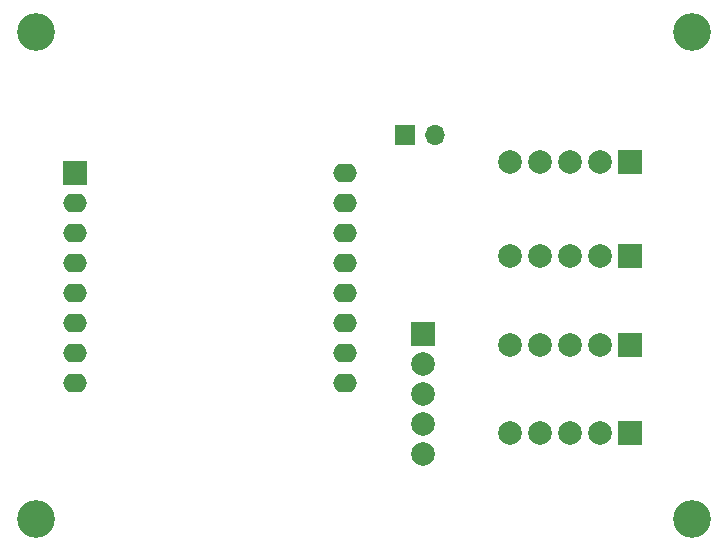
<source format=gts>
G04 #@! TF.GenerationSoftware,KiCad,Pcbnew,9.0.0*
G04 #@! TF.CreationDate,2025-04-22T13:13:10+02:00*
G04 #@! TF.ProjectId,stimawifi,7374696d-6177-4696-9669-2e6b69636164,rev?*
G04 #@! TF.SameCoordinates,Original*
G04 #@! TF.FileFunction,Soldermask,Top*
G04 #@! TF.FilePolarity,Negative*
%FSLAX46Y46*%
G04 Gerber Fmt 4.6, Leading zero omitted, Abs format (unit mm)*
G04 Created by KiCad (PCBNEW 9.0.0) date 2025-04-22 13:13:10*
%MOMM*%
%LPD*%
G01*
G04 APERTURE LIST*
%ADD10C,3.200000*%
%ADD11R,2.000000X2.000000*%
%ADD12C,2.000000*%
%ADD13O,2.000000X1.600000*%
%ADD14R,1.700000X1.700000*%
%ADD15O,1.700000X1.700000*%
G04 APERTURE END LIST*
D10*
X204750000Y-49250000D03*
D11*
X182000000Y-74840000D03*
D12*
X182000000Y-77380000D03*
X182000000Y-79920000D03*
X182000000Y-82460000D03*
X182000000Y-85000000D03*
D10*
X149250000Y-49250000D03*
D11*
X152500000Y-61220000D03*
D13*
X152500000Y-63760000D03*
X152500000Y-66300000D03*
X152500000Y-68840000D03*
X152500000Y-71380000D03*
X152500000Y-73920000D03*
X152500000Y-76460000D03*
X152500000Y-79000000D03*
X175360000Y-79000000D03*
X175360000Y-76460000D03*
X175360000Y-73920000D03*
X175360000Y-71380000D03*
X175360000Y-68840000D03*
X175360000Y-66300000D03*
X175360000Y-63760000D03*
X175360000Y-61220000D03*
D11*
X199500000Y-60250000D03*
D12*
X196960000Y-60250000D03*
X194420000Y-60250000D03*
X191880000Y-60250000D03*
X189340000Y-60250000D03*
D14*
X180500000Y-58000000D03*
D15*
X183040000Y-58000000D03*
D10*
X204750000Y-90500000D03*
X149250000Y-90500000D03*
D11*
X199500000Y-68250000D03*
D12*
X196960000Y-68250000D03*
X194420000Y-68250000D03*
X191880000Y-68250000D03*
X189340000Y-68250000D03*
D11*
X199500000Y-83250000D03*
D12*
X196960000Y-83250000D03*
X194420000Y-83250000D03*
X191880000Y-83250000D03*
X189340000Y-83250000D03*
D11*
X199500000Y-75750000D03*
D12*
X196960000Y-75750000D03*
X194420000Y-75750000D03*
X191880000Y-75750000D03*
X189340000Y-75750000D03*
M02*

</source>
